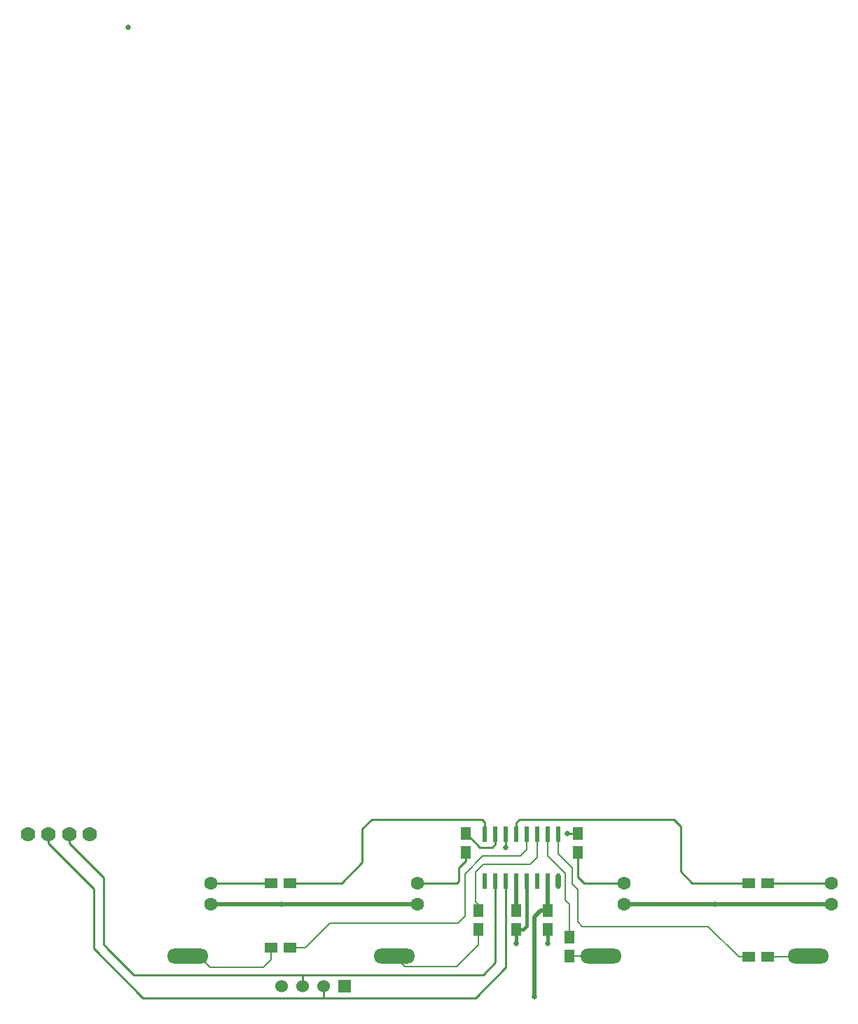
<source format=gbl>
%FSLAX25Y25*%
%MOIN*%
G70*
G01*
G75*
G04 Layer_Physical_Order=2*
G04 Layer_Color=16711680*
%ADD10C,0.02000*%
%ADD11C,0.03000*%
%ADD12C,0.01000*%
%ADD13C,0.01500*%
%ADD14C,0.06000*%
%ADD15R,0.06000X0.06000*%
%ADD16O,0.19685X0.07087*%
%ADD17C,0.07000*%
%ADD18C,0.06300*%
%ADD19C,0.02500*%
%ADD20R,0.02400X0.07600*%
%ADD21O,0.02400X0.07600*%
%ADD22R,0.06000X0.05000*%
%ADD23R,0.05000X0.06000*%
%ADD24C,0.00700*%
D10*
X303150Y51102D02*
X401575D01*
X106299D02*
X204724D01*
X260276Y6878D02*
Y44878D01*
X251776Y47878D02*
Y61878D01*
X266776Y48878D02*
Y61878D01*
X260276Y44878D02*
X263276Y47878D01*
X263276D02*
X266776D01*
D12*
X150000Y11988D02*
Y17213D01*
X69665Y17488D02*
X235886D01*
X57748Y29406D02*
X69665Y17488D01*
X55276Y31878D02*
X57748Y29406D01*
X50776Y29878D02*
X74165Y6488D01*
X160000Y6713D02*
Y11988D01*
X246776Y20878D02*
Y61878D01*
X232386Y6488D02*
X246776Y20878D01*
X241776Y23378D02*
Y61878D01*
X235886Y17488D02*
X241776Y23378D01*
X335500Y61102D02*
X362500D01*
X253276Y91378D02*
X326610D01*
X330000Y66602D02*
X335500Y61102D01*
X330000Y66602D02*
Y87988D01*
X326610Y91378D02*
X330000Y87988D01*
X178500Y86988D02*
X183000Y91488D01*
X235276D01*
X178500Y70988D02*
Y86988D01*
X168614Y61102D02*
X178500Y70988D01*
X144075Y61102D02*
X168614D01*
X234386Y78102D02*
X240276D01*
X227886Y84602D02*
X234386Y78102D01*
X227575Y84602D02*
X227886D01*
X371500Y61102D02*
X401575D01*
X227575Y71677D02*
Y75602D01*
X227075Y84602D02*
Y85602D01*
X204724Y61102D02*
X223500D01*
X224276Y61878D01*
Y68378D01*
X227575Y71677D01*
Y83579D02*
Y83602D01*
X281075Y64102D02*
X284075Y61102D01*
X281075Y64102D02*
Y75602D01*
X106299Y61102D02*
X135075D01*
X276075Y84602D02*
X281075D01*
X284075Y61102D02*
X303150D01*
X236776Y84378D02*
Y89988D01*
X235276Y91488D02*
X236776Y89988D01*
X246776Y78102D02*
Y84378D01*
X251776Y89878D02*
X253276Y91378D01*
X251776Y84378D02*
Y89878D01*
X240276Y78102D02*
X241776Y79602D01*
Y84378D01*
X29091Y79909D02*
Y84378D01*
Y79909D02*
X50776Y58224D01*
X159776Y6488D02*
X160000Y6713D01*
X50776Y29878D02*
Y58224D01*
X74165Y6488D02*
X232386D01*
X38933Y80067D02*
Y84378D01*
Y80067D02*
X55276Y63724D01*
Y31878D02*
Y63724D01*
D13*
X266776Y32213D02*
Y38878D01*
X251776Y32213D02*
Y38878D01*
X254925D01*
X256776Y40728D01*
Y61878D01*
D14*
X160000Y11988D02*
D03*
X150000D02*
D03*
X140000D02*
D03*
D15*
X170000D02*
D03*
D16*
X390551Y26378D02*
D03*
X193701D02*
D03*
X95276D02*
D03*
X292126D02*
D03*
D17*
X19248Y84378D02*
D03*
X29091D02*
D03*
X38933D02*
D03*
X48776D02*
D03*
D18*
X401575Y61102D02*
D03*
Y51102D02*
D03*
X303150D02*
D03*
Y61102D02*
D03*
X204724D02*
D03*
Y51102D02*
D03*
X106299D02*
D03*
Y61102D02*
D03*
D19*
X260276Y6878D02*
D03*
X346500Y51102D02*
D03*
X140000Y50988D02*
D03*
X266776Y32213D02*
D03*
X251776D02*
D03*
X66929Y468504D02*
D03*
X246776Y78102D02*
D03*
X276075Y84602D02*
D03*
D20*
X271776Y84378D02*
D03*
X266776D02*
D03*
X261776D02*
D03*
X256776D02*
D03*
X251776D02*
D03*
X246776D02*
D03*
X241776D02*
D03*
X236776D02*
D03*
Y61878D02*
D03*
X241776D02*
D03*
X246776D02*
D03*
X251776D02*
D03*
X256776D02*
D03*
X261776D02*
D03*
X266776D02*
D03*
D21*
X271776D02*
D03*
D22*
X144075Y61102D02*
D03*
X135075D02*
D03*
Y30378D02*
D03*
X144075D02*
D03*
X362500Y61102D02*
D03*
X371500D02*
D03*
Y25988D02*
D03*
X362500D02*
D03*
D23*
X227575Y75602D02*
D03*
Y84602D02*
D03*
X277051Y26488D02*
D03*
Y35488D02*
D03*
X233575Y38878D02*
D03*
Y47878D02*
D03*
X281075Y84602D02*
D03*
Y75602D02*
D03*
X251776Y38878D02*
D03*
Y47878D02*
D03*
X266776D02*
D03*
Y38878D02*
D03*
D24*
X131500Y20988D02*
X135075Y24563D01*
X106000Y20988D02*
X131500D01*
X283051Y40488D02*
X343165D01*
X357665Y25988D02*
X362500D01*
X343165Y40488D02*
X357665Y25988D01*
X232500Y52153D02*
Y66303D01*
Y52153D02*
X233575Y51079D01*
Y47878D02*
Y51079D01*
Y31602D02*
Y38878D01*
X292126Y26378D02*
X295016Y23488D01*
X232500Y66303D02*
X236075Y69878D01*
X232500Y47177D02*
X233575Y46102D01*
X95276Y26378D02*
X100610D01*
X135075Y24563D02*
Y30378D01*
X227276Y65303D02*
X235850Y73878D01*
X227276Y45303D02*
Y65303D01*
X281015Y42525D02*
Y57878D01*
X271776Y74901D02*
X276379Y70298D01*
X278276Y60617D02*
X281015Y57878D01*
X278276Y60617D02*
Y68401D01*
X276379Y70298D02*
X278276Y68401D01*
X163000Y42102D02*
X224075D01*
X151276Y30378D02*
X163000Y42102D01*
X144075Y30378D02*
X151276D01*
X224075Y42102D02*
X227276Y45303D01*
X235850Y73878D02*
X253776D01*
X236075Y69878D02*
X258276D01*
X271776Y74901D02*
Y84378D01*
X275075Y53079D02*
Y65602D01*
X266776Y73901D02*
Y84378D01*
Y73901D02*
X275075Y65602D01*
Y53079D02*
X277051Y51102D01*
Y35488D02*
Y51102D01*
X281015Y42525D02*
X283051Y40488D01*
X290661Y26378D02*
X292126D01*
X290551Y26488D02*
X290661Y26378D01*
X277051Y26488D02*
X290551D01*
X371500Y25988D02*
X390051D01*
X258276Y69878D02*
X261776Y73378D01*
X253776Y73878D02*
X256776Y76878D01*
X261776Y73378D02*
Y84378D01*
X256776Y76878D02*
Y84378D01*
X100610Y26378D02*
X106000Y20988D01*
X193701Y26378D02*
X198591Y21488D01*
X223461D01*
X233575Y31602D01*
M02*

</source>
